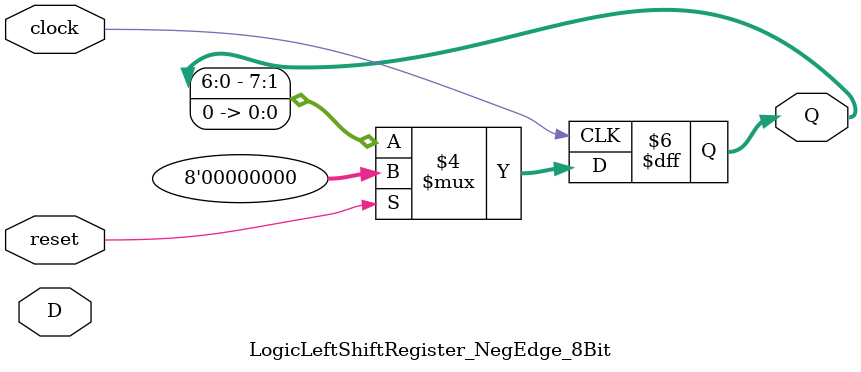
<source format=v>
module LogicLeftShiftRegister_NegEdge_8Bit (clock, reset, D, Q);
    input clock;
    input reset;
    input [7:0] D;
    output reg [7:0] Q;

    always @(negedge clock)
    begin
        if (reset)
            Q = 8'b00000000;
        else
            Q = Q << 1 ;        
    end
endmodule

</source>
